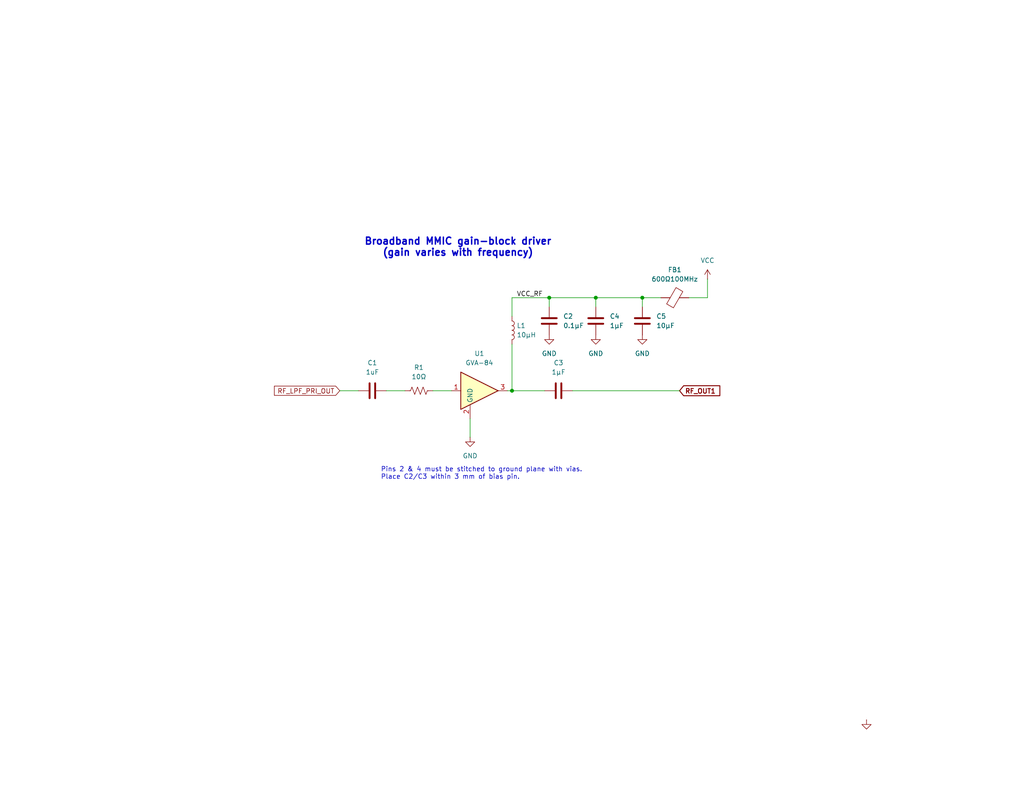
<source format=kicad_sch>
(kicad_sch (version 20250114) (generator "eeschema") (generator_version "9.0")
  (paper "A")
  (title_block (title "Broadband MMIC Gain Block") (date "2026-02-04") (rev "0") (company "Lee C. Bussy [AA0NT]"))
  (lib_symbols
    (symbol "Device:C" (pin_numbers (hide yes)) (pin_names (offset 0.254))
      (property "Reference" "C" (at 0.635 2.54 0))
      (property "Value" "C" (at 0.635 -2.54 0))
      (symbol "C_0_1"
        (polyline (pts (xy -2.032 0.762) (xy 2.032 0.762)) (stroke (width 0.508)))
        (polyline (pts (xy -2.032 -0.762) (xy 2.032 -0.762)) (stroke (width 0.508)))
      )
      (symbol "C_1_1"
        (pin passive line (at 0 3.81 270) (length 2.794) (name "~") (number "1"))
        (pin passive line (at 0 -3.81 90) (length 2.794) (name "~") (number "2"))
      )
    )
    (symbol "Device:FerriteBead" (pin_numbers (hide yes)) (pin_names (offset 0))
      (property "Reference" "FB" (at -3.81 0.635 90))
      (property "Value" "FerriteBead" (at 3.81 0 90))
      (symbol "FerriteBead_0_1"
        (polyline (pts (xy -2.7686 0.4064) (xy -1.7018 2.2606) (xy 2.7686 -0.3048) (xy 1.6764 -2.159) (xy -2.7686 0.4064)))
        (polyline (pts (xy 0 1.27) (xy 0 1.2954)))
        (polyline (pts (xy 0 -1.27) (xy 0 -1.2192)))
      )
      (symbol "FerriteBead_1_1"
        (pin passive line (at 0 3.81 270) (length 2.54) (name "~") (number "1"))
        (pin passive line (at 0 -3.81 90) (length 2.54) (name "~") (number "2"))
      )
    )
    (symbol "Device:L" (pin_numbers (hide yes)) (pin_names (offset 1.016) (hide yes))
      (property "Reference" "L" (at -1.27 0 90))
      (property "Value" "L" (at 1.905 0 90))
      (symbol "L_0_1"
        (arc (start 0 2.54) (mid 0.6323 1.905) (end 0 1.27))
        (arc (start 0 1.27) (mid 0.6323 0.635) (end 0 0))
        (arc (start 0 0) (mid 0.6323 -0.635) (end 0 -1.27))
        (arc (start 0 -1.27) (mid 0.6323 -1.905) (end 0 -2.54))
      )
      (symbol "L_1_1"
        (pin passive line (at 0 3.81 270) (length 1.27) (name "1") (number "1"))
        (pin passive line (at 0 -3.81 90) (length 1.27) (name "2") (number "2"))
      )
    )
    (symbol "Device:R_US" (pin_numbers (hide yes)) (pin_names (offset 0))
      (property "Reference" "R" (at 2.54 0 90))
      (property "Value" "R_US" (at -2.54 0 90))
      (symbol "R_US_0_1"
        (polyline (pts (xy 0 2.286) (xy 0 2.54)))
        (polyline (pts (xy 0 2.286) (xy 1.016 1.905) (xy 0 1.524) (xy -1.016 1.143) (xy 0 0.762)))
        (polyline (pts (xy 0 0.762) (xy 1.016 0.381) (xy 0 0) (xy -1.016 -0.381) (xy 0 -0.762)))
        (polyline (pts (xy 0 -0.762) (xy 1.016 -1.143) (xy 0 -1.524) (xy -1.016 -1.905) (xy 0 -2.286)))
        (polyline (pts (xy 0 -2.286) (xy 0 -2.54)))
      )
      (symbol "R_US_1_1"
        (pin passive line (at 0 3.81 270) (length 1.27) (name "~") (number "1"))
        (pin passive line (at 0 -3.81 90) (length 1.27) (name "~") (number "2"))
      )
    )
    (symbol "RF_Amplifier:GVA-84"
      (property "Reference" "U" (at -1.27 7.62 0))
      (property "Value" "GVA-84" (at 2.54 5.08 0))
      (symbol "GVA-84_0_1"
        (polyline (pts (xy 5.08 0) (xy -5.08 5.08) (xy -5.08 -5.08) (xy 5.08 0)) (stroke (width 0.254)) (fill (type background)))
      )
      (symbol "GVA-84_1_1"
        (pin input line (at -7.62 0 0) (length 2.54) (name "~") (number "1"))
        (pin power_in line (at -2.54 -7.62 90) (length 3.81) (name "GND") (number "2"))
        (pin output line (at 7.62 0 180) (length 2.54) (name "~") (number "3"))
      )
    )
    (symbol "power:GND" (power) (pin_numbers (hide yes)) (pin_names (offset 0) (hide yes))
      (property "Value" "GND" (at 0 -3.81 0))
      (symbol "GND_0_1"
        (polyline (pts (xy 0 0) (xy 0 -1.27) (xy 1.27 -1.27) (xy 0 -2.54) (xy -1.27 -1.27) (xy 0 -1.27)))
      )
      (symbol "GND_1_1"
        (pin power_in line (at 0 0 270) (length 0) (name "~") (number "1"))
      )
    )
    (symbol "power:VCC" (power) (pin_numbers (hide yes)) (pin_names (offset 0) (hide yes))
      (property "Value" "VCC" (at 0 3.556 0))
      (symbol "VCC_0_1"
        (polyline (pts (xy -0.762 1.27) (xy 0 2.54)))
        (polyline (pts (xy 0 2.54) (xy 0.762 1.27)))
        (polyline (pts (xy 0 0) (xy 0 2.54)))
      )
      (symbol "VCC_1_1"
        (pin power_in line (at 0 0 90) (length 0) (name "~") (number "1"))
      )
    )
  )
  (text "Broadband MMIC gain-block driver\n(gain varies with frequency)" (at 124.968 67.564 0) (effects (font (size 1.905 1.905) (thickness 0.381) (bold yes))))
  (text "Pins 2 & 4 must be stitched to ground plane with vias.\nPlace C2/C3 within 3 mm of bias pin." (at 103.886 129.286 0) (effects (font (size 1.27 1.27)) (justify left)))
  (junction (at 139.7 106.68))
  (junction (at 149.86 81.28))
  (junction (at 175.26 81.28))
  (junction (at 162.56 81.28))
  (wire (pts (xy 149.86 81.28) (xy 149.86 83.82)))
  (wire (pts (xy 187.96 81.28) (xy 193.04 81.28)))
  (wire (pts (xy 162.56 81.28) (xy 175.26 81.28)))
  (wire (pts (xy 139.7 106.68) (xy 148.59 106.68)))
  (wire (pts (xy 128.27 114.3) (xy 128.27 119.38)))
  (wire (pts (xy 149.86 81.28) (xy 162.56 81.28)))
  (wire (pts (xy 156.21 106.68) (xy 185.42 106.68)))
  (wire (pts (xy 118.11 106.68) (xy 123.19 106.68)))
  (wire (pts (xy 139.7 93.98) (xy 139.7 106.68)))
  (wire (pts (xy 193.04 76.2) (xy 193.04 81.28)))
  (wire (pts (xy 105.41 106.68) (xy 110.49 106.68)))
  (wire (pts (xy 139.7 81.28) (xy 149.86 81.28)))
  (wire (pts (xy 138.43 106.68) (xy 139.7 106.68)))
  (wire (pts (xy 139.7 86.36) (xy 139.7 81.28)))
  (wire (pts (xy 92.71 106.68) (xy 97.79 106.68)))
  (wire (pts (xy 162.56 81.28) (xy 162.56 83.82)))
  (wire (pts (xy 175.26 81.28) (xy 180.34 81.28)))
  (wire (pts (xy 175.26 81.28) (xy 175.26 83.82)))
  (label "VCC_RF" (at 140.97 81.28 0))
  (global_label "RF_LPF_PRI_OUT" (shape input) (at 92.71 106.68 180) (property "Intersheetrefs" "${INTERSHEET_REFS}" (effects (hide yes))))
  (global_label "RF_OUT1" (shape input) (at 185.42 106.68 0) (effects (font (thickness 0.254) (bold yes))) (property "Intersheetrefs" "${INTERSHEET_REFS}" (effects (hide yes))))
  (symbol (lib_id "RF_Amplifier:GVA-84") (at 130.81 106.68 0) (unit 1)
    (property "Reference" "U1" (at 130.81 96.52 0))
    (property "Value" "GVA-84" (at 130.81 99.06 0))
    (property "Footprint" "Package_TO_SOT_SMD:SOT-89-3" (effects (hide yes)))
    (property "Datasheet" "https://www.minicircuits.com/pdfs/GVA-84+.pdf" (effects (hide yes)))
    (property "Description" "DC-7000MHz +16dB Gain Block, SOT-89" (effects (hide yes)))
  )
  (symbol (lib_id "Device:C") (at 152.4 106.68 270) (unit 1)
    (property "Reference" "C3" (at 152.4 99.06 90))
    (property "Value" "1µF" (at 152.4 101.6 90))
    (property "Footprint" "Capacitor_SMD:C_0805_2012Metric" (effects (hide yes)))
    (property "Description" "Unpolarized capacitor" (effects (hide yes)))
  )
  (symbol (lib_id "Device:FerriteBead") (at 184.15 81.28 90) (unit 1)
    (property "Reference" "FB1" (at 184.0992 73.66 90))
    (property "Value" "600Ω100MHz" (at 184.0992 76.2 90))
    (property "Footprint" "Inductor_SMD:L_0805_2012Metric" (effects (hide yes)))
    (property "Description" "Ferrite bead" (effects (hide yes)))
  )
  (symbol (lib_id "power:GND") (at 236.43 196.53 0) (unit 1) (in_bom no) (on_board no)
    (property "Reference" "#PWR06" (effects (hide yes)))
    (property "Value" "GND" (effects (hide yes)))
  )
  (symbol (lib_id "Device:R_US") (at 114.3 106.68 90) (unit 1)
    (property "Reference" "R1" (at 114.3 100.33 90))
    (property "Value" "10Ω" (at 114.3 102.87 90))
    (property "Footprint" "Resistor_SMD:R_0603_1608Metric" (effects (hide yes)))
    (property "Description" "Resistor, US symbol" (effects (hide yes)))
  )
  (symbol (lib_id "Device:C") (at 162.56 87.63 180) (unit 1)
    (property "Reference" "C4" (at 166.37 86.3599 0) (effects (justify right)))
    (property "Value" "1µF" (at 166.37 88.8999 0) (effects (justify right)))
    (property "Footprint" "Capacitor_SMD:C_0805_2012Metric" (effects (hide yes)))
    (property "Description" "Unpolarized capacitor" (effects (hide yes)))
  )
  (symbol (lib_id "power:GND") (at 162.56 91.44 0) (unit 1)
    (property "Reference" "#PWR03" (effects (hide yes)))
    (property "Value" "GND" (at 162.56 96.52 0))
    (property "Description" "Power symbol creates a global label with name \"GND\" , ground" (effects (hide yes)))
  )
  (symbol (lib_id "Device:C") (at 101.6 106.68 90) (unit 1)
    (property "Reference" "C1" (at 101.6 99.06 90))
    (property "Value" "1uF" (at 101.6 101.6 90))
    (property "Footprint" "Capacitor_SMD:C_0805_2012Metric" (effects (hide yes)))
    (property "Description" "Unpolarized capacitor" (effects (hide yes)))
  )
  (symbol (lib_id "Device:C") (at 149.86 87.63 180) (unit 1)
    (property "Reference" "C2" (at 153.67 86.3599 0) (effects (justify right)))
    (property "Value" "0.1µF" (at 153.67 88.8999 0) (effects (justify right)))
    (property "Footprint" "Capacitor_SMD:C_0805_2012Metric" (effects (hide yes)))
    (property "Description" "Unpolarized capacitor" (effects (hide yes)))
  )
  (symbol (lib_id "Device:L") (at 139.7 90.17 0) (unit 1)
    (property "Reference" "L1" (at 140.97 88.8999 0) (effects (justify left)))
    (property "Value" "10µH" (at 140.97 91.4399 0) (effects (justify left)))
    (property "Footprint" "Inductor_SMD:L_1206_3216Metric" (effects (hide yes)))
    (property "Description" "Inductor" (effects (hide yes)))
  )
  (symbol (lib_id "Device:C") (at 175.26 87.63 180) (unit 1)
    (property "Reference" "C5" (at 179.07 86.3599 0) (effects (justify right)))
    (property "Value" "10µF" (at 179.07 88.8999 0) (effects (justify right)))
    (property "Footprint" "Capacitor_SMD:C_0805_2012Metric" (effects (hide yes)))
    (property "Description" "Unpolarized capacitor" (effects (hide yes)))
  )
  (symbol (lib_id "power:GND") (at 128.27 119.38 0) (unit 1)
    (property "Reference" "#PWR01" (effects (hide yes)))
    (property "Value" "GND" (at 128.27 124.46 0))
    (property "Description" "Power symbol creates a global label with name \"GND\" , ground" (effects (hide yes)))
  )
  (symbol (lib_id "power:VCC") (at 193.04 76.2 0) (unit 1)
    (property "Reference" "#PWR05" (effects (hide yes)))
    (property "Value" "VCC" (at 193.04 71.12 0))
    (property "Description" "Power symbol creates a global label with name \"VCC\"" (effects (hide yes)))
  )
  (symbol (lib_id "power:GND") (at 149.86 91.44 0) (unit 1)
    (property "Reference" "#PWR02" (effects (hide yes)))
    (property "Value" "GND" (at 149.86 96.52 0))
    (property "Description" "Power symbol creates a global label with name \"GND\" , ground" (effects (hide yes)))
  )
  (symbol (lib_id "power:GND") (at 175.26 91.44 0) (unit 1)
    (property "Reference" "#PWR04" (effects (hide yes)))
    (property "Value" "GND" (at 175.26 96.52 0))
    (property "Description" "Power symbol creates a global label with name \"GND\" , ground" (effects (hide yes)))
  )
)
</source>
